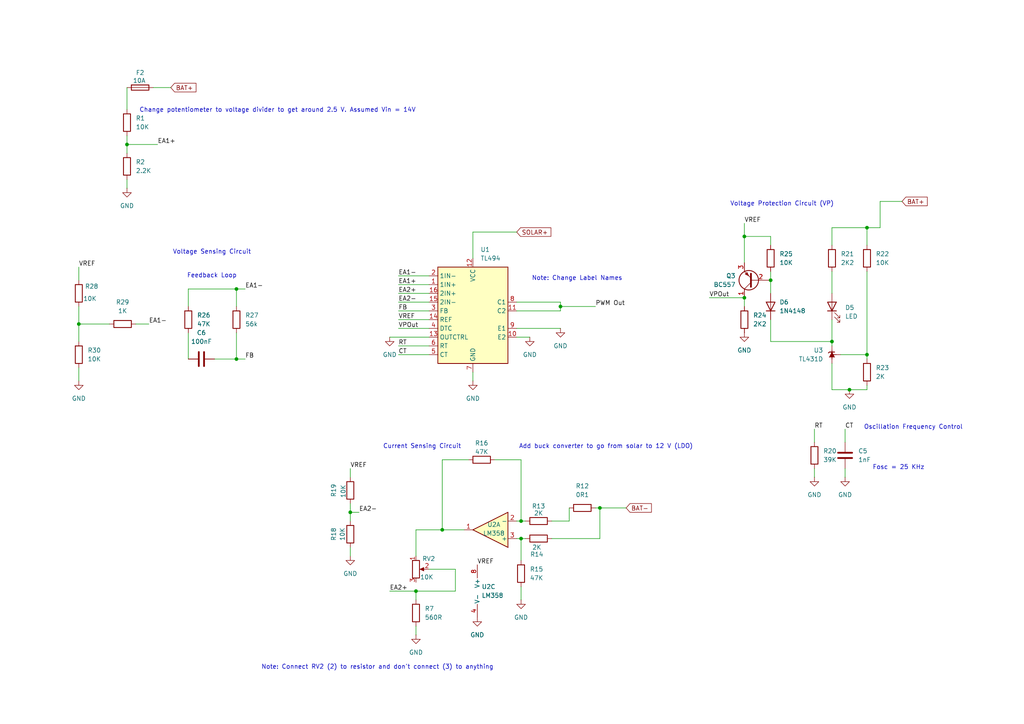
<source format=kicad_sch>
(kicad_sch (version 20231120) (generator "eeschema") (generator_version "8.0")
  (paper "A4")
  (lib_symbols
    (symbol "Amplifier_Operational:LM358" (pin_names (offset 0.127))
      (property "Reference" "U" (at 0 5.08 0))
      (property "Value" "LM358" (at 0 -5.08 0))
      (symbol "LM358_1_1"
        (polyline (pts (xy -5.08 5.08) (xy 5.08 0) (xy -5.08 -5.08) (xy -5.08 5.08)) (stroke (width 0.254)) (fill (type background)))
        (pin output line (at 7.62 0 180) (length 2.54) (name "~") (number "1"))
        (pin input line (at -7.62 -2.54 0) (length 2.54) (name "-") (number "2"))
        (pin input line (at -7.62 2.54 0) (length 2.54) (name "+") (number "3"))
      )
      (symbol "LM358_2_1"
        (polyline (pts (xy -5.08 5.08) (xy 5.08 0) (xy -5.08 -5.08) (xy -5.08 5.08)) (stroke (width 0.254)) (fill (type background)))
        (pin input line (at -7.62 2.54 0) (length 2.54) (name "+") (number "5"))
        (pin input line (at -7.62 -2.54 0) (length 2.54) (name "-") (number "6"))
        (pin output line (at 7.62 0 180) (length 2.54) (name "~") (number "7"))
      )
      (symbol "LM358_3_1"
        (pin power_in line (at -2.54 -7.62 90) (length 3.81) (name "V-") (number "4"))
        (pin power_in line (at -2.54 7.62 270) (length 3.81) (name "V+") (number "8"))
      )
    )
    (symbol "Device:C" (pin_numbers hide) (pin_names (offset 0.254))
      (property "Reference" "C" (at 0.635 2.54 0))
      (property "Value" "C" (at 0.635 -2.54 0))
      (symbol "C_0_1"
        (polyline (pts (xy -2.032 -0.762) (xy 2.032 -0.762)) (stroke (width 0.508)))
        (polyline (pts (xy -2.032 0.762) (xy 2.032 0.762)) (stroke (width 0.508)))
      )
      (symbol "C_1_1"
        (pin passive line (at 0 3.81 270) (length 2.794) (name "~") (number "1"))
        (pin passive line (at 0 -3.81 90) (length 2.794) (name "~") (number "2"))
      )
    )
    (symbol "Device:Fuse" (pin_numbers hide) (pin_names (offset 0))
      (property "Reference" "F" (at 2.032 0 90))
      (property "Value" "Fuse" (at -1.905 0 90))
      (symbol "Fuse_0_1"
        (rectangle (start -0.762 -2.54) (end 0.762 2.54) (stroke (width 0.254)))
        (polyline (pts (xy 0 2.54) (xy 0 -2.54)))
      )
      (symbol "Fuse_1_1"
        (pin passive line (at 0 3.81 270) (length 1.27) (name "~") (number "1"))
        (pin passive line (at 0 -3.81 90) (length 1.27) (name "~") (number "2"))
      )
    )
    (symbol "Device:LED" (pin_numbers hide) (pin_names (offset 1.016) hide)
      (property "Reference" "D" (at 0 2.54 0))
      (property "Value" "LED" (at 0 -2.54 0))
      (symbol "LED_0_1"
        (polyline (pts (xy -1.27 -1.27) (xy -1.27 1.27)) (stroke (width 0.254)))
        (polyline (pts (xy -1.27 0) (xy 1.27 0)))
        (polyline (pts (xy 1.27 -1.27) (xy 1.27 1.27) (xy -1.27 0) (xy 1.27 -1.27)) (stroke (width 0.254)))
        (polyline (pts (xy -3.048 -0.762) (xy -4.572 -2.286) (xy -3.81 -2.286) (xy -4.572 -2.286) (xy -4.572 -1.524)))
        (polyline (pts (xy -1.778 -0.762) (xy -3.302 -2.286) (xy -2.54 -2.286) (xy -3.302 -2.286) (xy -3.302 -1.524)))
      )
      (symbol "LED_1_1"
        (pin passive line (at -3.81 0 0) (length 2.54) (name "K") (number "1"))
        (pin passive line (at 3.81 0 180) (length 2.54) (name "A") (number "2"))
      )
    )
    (symbol "Device:R" (pin_numbers hide) (pin_names (offset 0))
      (property "Reference" "R" (at 2.032 0 90))
      (property "Value" "R" (at 0 0 90))
      (symbol "R_0_1"
        (rectangle (start -1.016 -2.54) (end 1.016 2.54) (stroke (width 0.254)))
      )
      (symbol "R_1_1"
        (pin passive line (at 0 3.81 270) (length 1.27) (name "~") (number "1"))
        (pin passive line (at 0 -3.81 90) (length 1.27) (name "~") (number "2"))
      )
    )
    (symbol "Device:R_Potentiometer" (pin_names (offset 1.016) hide)
      (property "Reference" "RV" (at -4.445 0 90))
      (property "Value" "R_Potentiometer" (at -2.54 0 90))
      (symbol "R_Potentiometer_0_1"
        (polyline (pts (xy 2.54 0) (xy 1.524 0)))
        (polyline (pts (xy 1.143 0) (xy 2.286 0.508) (xy 2.286 -0.508) (xy 1.143 0)) (fill (type outline)))
        (rectangle (start 1.016 2.54) (end -1.016 -2.54) (stroke (width 0.254)))
      )
      (symbol "R_Potentiometer_1_1"
        (pin passive line (at 0 3.81 270) (length 1.27) (name "1") (number "1"))
        (pin passive line (at 3.81 0 180) (length 1.27) (name "2") (number "2"))
        (pin passive line (at 0 -3.81 90) (length 1.27) (name "3") (number "3"))
      )
    )
    (symbol "Diode:1N4148" (pin_numbers hide) (pin_names hide)
      (property "Reference" "D" (at 0 2.54 0))
      (property "Value" "1N4148" (at 0 -2.54 0))
      (symbol "1N4148_0_1"
        (polyline (pts (xy -1.27 1.27) (xy -1.27 -1.27)) (stroke (width 0.254)))
        (polyline (pts (xy 1.27 0) (xy -1.27 0)))
        (polyline (pts (xy 1.27 1.27) (xy 1.27 -1.27) (xy -1.27 0) (xy 1.27 1.27)) (stroke (width 0.254)))
      )
      (symbol "1N4148_1_1"
        (pin passive line (at -3.81 0 0) (length 2.54) (name "K") (number "1"))
        (pin passive line (at 3.81 0 180) (length 2.54) (name "A") (number "2"))
      )
    )
    (symbol "Reference_Voltage:TL431D" (pin_numbers hide) (pin_names hide)
      (property "Reference" "U" (at 0 -2.54 0))
      (property "Value" "TL431D" (at 0 -4.445 0))
      (symbol "TL431D_0_1"
        (polyline (pts (xy -1.27 0) (xy 0 0) (xy 1.27 0)))
        (polyline (pts (xy -0.762 0.762) (xy 0.762 0) (xy -0.762 -0.762)) (fill (type outline)))
        (polyline (pts (xy 0.508 -1.016) (xy 0.762 -0.762) (xy 0.762 0.762) (xy 0.762 0.762)) (stroke (width 0.254)))
      )
      (symbol "TL431D_1_1"
        (polyline (pts (xy 0 1.27) (xy 0 0)))
        (pin passive line (at 2.54 0 180) (length 2.54) (name "K") (number "1"))
        (pin passive line (at -2.54 0 0) (length 2.54) (name "A") (number "2"))
        (pin passive line (at -2.54 0 0) (length 2.54) hide (name "A") (number "3"))
        (pin passive line (at -2.54 0 0) (length 2.54) hide (name "A") (number "6"))
        (pin passive line (at -2.54 0 0) (length 2.54) hide (name "A") (number "7"))
        (pin passive line (at 0 2.54 270) (length 2.54) (name "REF") (number "8"))
      )
    )
    (symbol "Regulator_Controller:TL494"
      (property "Reference" "U" (at 3.81 19.05 0))
      (property "Value" "TL494" (at 3.81 16.51 0))
      (symbol "TL494_0_1"
        (rectangle (start -10.16 -12.7) (end 10.16 15.24) (stroke (width 0.254)) (fill (type background)))
      )
      (symbol "TL494_1_1"
        (pin input line (at -12.7 10.16 0) (length 2.54) (name "1IN+") (number "1"))
        (pin passive line (at 12.7 -5.08 180) (length 2.54) (name "E2") (number "10"))
        (pin passive line (at 12.7 2.54 180) (length 2.54) (name "C2") (number "11"))
        (pin power_in line (at 0 17.78 270) (length 2.54) (name "VCC") (number "12"))
        (pin input line (at -12.7 -5.08 0) (length 2.54) (name "OUTCTRL") (number "13"))
        (pin power_out line (at -12.7 0 0) (length 2.54) (name "REF") (number "14"))
        (pin input line (at -12.7 5.08 0) (length 2.54) (name "2IN-") (number "15"))
        (pin input line (at -12.7 7.62 0) (length 2.54) (name "2IN+") (number "16"))
        (pin input line (at -12.7 12.7 0) (length 2.54) (name "1IN-") (number "2"))
        (pin output line (at -12.7 2.54 0) (length 2.54) (name "FB") (number "3"))
        (pin input line (at -12.7 -2.54 0) (length 2.54) (name "DTC") (number "4"))
        (pin passive line (at -12.7 -10.16 0) (length 2.54) (name "CT") (number "5"))
        (pin passive line (at -12.7 -7.62 0) (length 2.54) (name "RT") (number "6"))
        (pin power_in line (at 0 -15.24 90) (length 2.54) (name "GND") (number "7"))
        (pin passive line (at 12.7 5.08 180) (length 2.54) (name "C1") (number "8"))
        (pin passive line (at 12.7 -2.54 180) (length 2.54) (name "E1") (number "9"))
      )
    )
    (symbol "Transistor_BJT:BC557" (pin_names (offset 0) hide)
      (property "Reference" "Q" (at 5.08 1.905 0))
      (property "Value" "BC557" (at 5.08 0 0))
      (symbol "BC557_0_1"
        (polyline (pts (xy 0.635 0.635) (xy 2.54 2.54)))
        (polyline (pts (xy 0.635 -0.635) (xy 2.54 -2.54) (xy 2.54 -2.54)))
        (polyline (pts (xy 0.635 1.905) (xy 0.635 -1.905) (xy 0.635 -1.905)) (stroke (width 0.508)))
        (polyline (pts (xy 2.286 -1.778) (xy 1.778 -2.286) (xy 1.27 -1.27) (xy 2.286 -1.778) (xy 2.286 -1.778)) (fill (type outline)))
        (circle (center 1.27 0) (radius 2.8194) (stroke (width 0.254)))
      )
      (symbol "BC557_1_1"
        (pin passive line (at 2.54 5.08 270) (length 2.54) (name "C") (number "1"))
        (pin input line (at -5.08 0 0) (length 5.715) (name "B") (number "2"))
        (pin passive line (at 2.54 -5.08 90) (length 2.54) (name "E") (number "3"))
      )
    )
    (symbol "power:GND" (power) (pin_numbers hide) (pin_names (offset 0) hide)
      (property "Value" "GND" (at 0 -3.81 0))
      (symbol "GND_0_1"
        (polyline (pts (xy 0 0) (xy 0 -1.27) (xy 1.27 -1.27) (xy 0 -2.54) (xy -1.27 -1.27) (xy 0 -1.27)))
      )
      (symbol "GND_1_1"
        (pin power_in line (at 0 0 270) (length 0) (name "~") (number "1"))
      )
    )
  )
  (junction (at 101.6 148.59))
  (junction (at 128.27 153.67))
  (junction (at 151.13 151.13))
  (junction (at 223.52 81.28))
  (junction (at 68.58 104.14))
  (junction (at 68.58 83.82))
  (junction (at 215.9 86.36))
  (junction (at 173.99 147.32))
  (junction (at 246.38 113.03))
  (junction (at 251.46 66.04))
  (junction (at 36.83 41.91))
  (junction (at 162.56 88.9))
  (junction (at 22.86 93.98))
  (junction (at 241.3 99.06))
  (junction (at 215.9 68.58))
  (junction (at 251.46 102.87))
  (junction (at 151.13 156.21))
  (junction (at 120.65 171.45))
  (wire (pts (xy 115.57 90.17) (xy 124.46 90.17)))
  (wire (pts (xy 149.86 156.21) (xy 151.13 156.21)))
  (wire (pts (xy 173.99 156.21) (xy 173.99 147.32)))
  (wire (pts (xy 44.45 25.4) (xy 49.53 25.4)))
  (wire (pts (xy 223.52 92.71) (xy 223.52 99.06)))
  (wire (pts (xy 162.56 88.9) (xy 172.72 88.9)))
  (wire (pts (xy 152.4 151.13) (xy 151.13 151.13)))
  (wire (pts (xy 113.03 97.79) (xy 124.46 97.79)))
  (wire (pts (xy 115.57 80.01) (xy 124.46 80.01)))
  (wire (pts (xy 251.46 113.03) (xy 251.46 111.76)))
  (wire (pts (xy 245.11 135.89) (xy 245.11 138.43)))
  (wire (pts (xy 115.57 85.09) (xy 124.46 85.09)))
  (wire (pts (xy 173.99 147.32) (xy 181.61 147.32)))
  (wire (pts (xy 115.57 87.63) (xy 124.46 87.63)))
  (wire (pts (xy 120.65 171.45) (xy 120.65 173.99)))
  (wire (pts (xy 241.3 105.41) (xy 241.3 113.03)))
  (wire (pts (xy 22.86 88.9) (xy 22.86 93.98)))
  (wire (pts (xy 241.3 78.74) (xy 241.3 85.09)))
  (wire (pts (xy 36.83 41.91) (xy 36.83 44.45)))
  (wire (pts (xy 151.13 170.18) (xy 151.13 173.99)))
  (wire (pts (xy 251.46 66.04) (xy 255.27 66.04)))
  (wire (pts (xy 215.9 68.58) (xy 215.9 76.2)))
  (wire (pts (xy 245.11 124.46) (xy 245.11 128.27)))
  (wire (pts (xy 223.52 78.74) (xy 223.52 81.28)))
  (wire (pts (xy 241.3 66.04) (xy 241.3 71.12)))
  (wire (pts (xy 137.16 67.31) (xy 137.16 74.93)))
  (wire (pts (xy 128.27 133.35) (xy 128.27 153.67)))
  (wire (pts (xy 36.83 39.37) (xy 36.83 41.91)))
  (wire (pts (xy 149.86 95.25) (xy 162.56 95.25)))
  (wire (pts (xy 261.62 58.42) (xy 255.27 58.42)))
  (wire (pts (xy 223.52 81.28) (xy 223.52 85.09)))
  (wire (pts (xy 241.3 99.06) (xy 223.52 99.06)))
  (wire (pts (xy 68.58 104.14) (xy 71.12 104.14)))
  (wire (pts (xy 101.6 148.59) (xy 104.14 148.59)))
  (wire (pts (xy 165.1 147.32) (xy 165.1 151.13)))
  (wire (pts (xy 101.6 158.75) (xy 101.6 161.29)))
  (wire (pts (xy 128.27 153.67) (xy 134.62 153.67)))
  (wire (pts (xy 101.6 146.05) (xy 101.6 148.59)))
  (wire (pts (xy 255.27 58.42) (xy 255.27 66.04)))
  (wire (pts (xy 151.13 151.13) (xy 149.86 151.13)))
  (wire (pts (xy 54.61 96.52) (xy 54.61 104.14)))
  (wire (pts (xy 22.86 93.98) (xy 22.86 99.06)))
  (wire (pts (xy 101.6 135.89) (xy 101.6 138.43)))
  (wire (pts (xy 215.9 86.36) (xy 215.9 88.9)))
  (wire (pts (xy 137.16 107.95) (xy 137.16 110.49)))
  (wire (pts (xy 54.61 83.82) (xy 68.58 83.82)))
  (wire (pts (xy 241.3 99.06) (xy 241.3 100.33)))
  (wire (pts (xy 251.46 66.04) (xy 251.46 71.12)))
  (wire (pts (xy 36.83 52.07) (xy 36.83 54.61)))
  (wire (pts (xy 246.38 113.03) (xy 251.46 113.03)))
  (wire (pts (xy 115.57 100.33) (xy 124.46 100.33)))
  (wire (pts (xy 68.58 83.82) (xy 71.12 83.82)))
  (wire (pts (xy 251.46 102.87) (xy 251.46 104.14)))
  (wire (pts (xy 115.57 82.55) (xy 124.46 82.55)))
  (wire (pts (xy 241.3 66.04) (xy 251.46 66.04)))
  (wire (pts (xy 149.86 87.63) (xy 162.56 87.63)))
  (wire (pts (xy 135.89 133.35) (xy 128.27 133.35)))
  (wire (pts (xy 101.6 148.59) (xy 101.6 151.13)))
  (wire (pts (xy 151.13 133.35) (xy 151.13 151.13)))
  (wire (pts (xy 223.52 71.12) (xy 223.52 68.58)))
  (wire (pts (xy 115.57 92.71) (xy 124.46 92.71)))
  (wire (pts (xy 62.23 104.14) (xy 68.58 104.14)))
  (wire (pts (xy 149.86 90.17) (xy 162.56 90.17)))
  (wire (pts (xy 149.86 97.79) (xy 153.67 97.79)))
  (wire (pts (xy 124.46 165.1) (xy 132.08 165.1)))
  (wire (pts (xy 36.83 41.91) (xy 45.72 41.91)))
  (wire (pts (xy 120.65 153.67) (xy 128.27 153.67)))
  (wire (pts (xy 143.51 133.35) (xy 151.13 133.35)))
  (wire (pts (xy 22.86 77.47) (xy 22.86 81.28)))
  (wire (pts (xy 243.84 102.87) (xy 251.46 102.87)))
  (wire (pts (xy 120.65 153.67) (xy 120.65 161.29)))
  (wire (pts (xy 215.9 68.58) (xy 223.52 68.58)))
  (wire (pts (xy 113.03 171.45) (xy 120.65 171.45)))
  (wire (pts (xy 36.83 25.4) (xy 36.83 31.75)))
  (wire (pts (xy 205.74 86.36) (xy 215.9 86.36)))
  (wire (pts (xy 22.86 106.68) (xy 22.86 110.49)))
  (wire (pts (xy 160.02 151.13) (xy 165.1 151.13)))
  (wire (pts (xy 151.13 156.21) (xy 152.4 156.21)))
  (wire (pts (xy 162.56 88.9) (xy 162.56 90.17)))
  (wire (pts (xy 115.57 102.87) (xy 124.46 102.87)))
  (wire (pts (xy 39.37 93.98) (xy 43.18 93.98)))
  (wire (pts (xy 120.65 171.45) (xy 132.08 171.45)))
  (wire (pts (xy 149.86 67.31) (xy 137.16 67.31)))
  (wire (pts (xy 160.02 156.21) (xy 173.99 156.21)))
  (wire (pts (xy 215.9 64.77) (xy 215.9 68.58)))
  (wire (pts (xy 120.65 181.61) (xy 120.65 184.15)))
  (wire (pts (xy 54.61 88.9) (xy 54.61 83.82)))
  (wire (pts (xy 236.22 135.89) (xy 236.22 138.43)))
  (wire (pts (xy 241.3 92.71) (xy 241.3 99.06)))
  (wire (pts (xy 22.86 93.98) (xy 31.75 93.98)))
  (wire (pts (xy 172.72 147.32) (xy 173.99 147.32)))
  (wire (pts (xy 162.56 87.63) (xy 162.56 88.9)))
  (wire (pts (xy 132.08 165.1) (xy 132.08 171.45)))
  (wire (pts (xy 68.58 83.82) (xy 68.58 88.9)))
  (wire (pts (xy 241.3 113.03) (xy 246.38 113.03)))
  (wire (pts (xy 236.22 124.46) (xy 236.22 128.27)))
  (wire (pts (xy 115.57 95.25) (xy 124.46 95.25)))
  (wire (pts (xy 151.13 156.21) (xy 151.13 162.56)))
  (wire (pts (xy 251.46 78.74) (xy 251.46 102.87)))
  (wire (pts (xy 68.58 96.52) (xy 68.58 104.14)))
  (text "Voltage Sensing Circuit" (at 61.468 73.152 0) (effects (font (size 1.27 1.27))))
  (text "Change potentiometer to voltage divider to get around 2.5 V. Assumed Vin = 14V" (at 80.518 32.004 0) (effects (font (size 1.27 1.27))))
  (text "Add buck converter to go from solar to 12 V (LDO)" (at 175.768 129.54 0) (effects (font (size 1.27 1.27))))
  (text "Oscillation Frequency Control" (at 264.922 123.952 0) (effects (font (size 1.27 1.27))))
  (text "Fosc = 25 KHz" (at 260.604 135.636 0) (effects (font (size 1.27 1.27))))
  (text "Voltage Protection Circuit (VP)" (at 226.822 59.182 0) (effects (font (size 1.27 1.27))))
  (text "Note: Connect RV2 (2) to resistor and don't connect (3) to anything\n" (at 109.474 193.548 0) (effects (font (size 1.27 1.27))))
  (text "Feedback Loop" (at 61.468 80.01 0) (effects (font (size 1.27 1.27))))
  (text "Current Sensing Circuit" (at 122.428 129.54 0) (effects (font (size 1.27 1.27))))
  (text "Note: Change Label Names\n" (at 167.386 80.772 0) (effects (font (size 1.27 1.27))))
  (label "VPOut" (at 115.57 95.25 0))
  (label "VREF" (at 101.6 135.89 0))
  (label "EA2+" (at 113.03 171.45 0))
  (label "EA2-" (at 115.57 87.63 0))
  (label "EA1-" (at 71.12 83.82 0))
  (label "VREF" (at 22.86 77.47 0))
  (label "FB" (at 115.57 90.17 0))
  (label "EA1-" (at 43.18 93.98 0))
  (label "VREF" (at 138.43 163.83 0))
  (label "VREF" (at 115.57 92.71 0))
  (label "EA1+" (at 45.72 41.91 0))
  (label "PWM Out" (at 172.72 88.9 0))
  (label "EA1+" (at 115.57 82.55 0))
  (label "EA2+" (at 115.57 85.09 0))
  (label "RT" (at 115.57 100.33 0))
  (label "EA2-" (at 104.14 148.59 0))
  (label "CT" (at 245.11 124.46 0))
  (label "VREF" (at 215.9 64.77 0))
  (label "FB" (at 71.12 104.14 0))
  (label "VPOut" (at 205.74 86.36 0))
  (label "EA1-" (at 115.57 80.01 0))
  (label "RT" (at 236.22 124.46 0))
  (label "CT" (at 115.57 102.87 0))
  (global_label "BAT-" (shape input) (at 181.61 147.32 0) (property "Intersheetrefs" "${INTERSHEET_REFS}" (effects (hide yes))))
  (global_label "BAT+" (shape input) (at 261.62 58.42 0) (property "Intersheetrefs" "${INTERSHEET_REFS}" (effects (hide yes))))
  (global_label "SOLAR+" (shape input) (at 149.86 67.31 0) (property "Intersheetrefs" "${INTERSHEET_REFS}" (effects (hide yes))))
  (global_label "BAT+" (shape input) (at 49.53 25.4 0) (property "Intersheetrefs" "${INTERSHEET_REFS}" (effects (hide yes))))
  (symbol (lib_id "Device:R") (at 101.6 142.24 180) (unit 1)
    (property "Reference" "R19" (at 96.774 142.24 90))
    (property "Value" "10K" (at 99.568 142.494 90))
    (property "Footprint" "Resistor_SMD:R_0805_2012Metric_Pad1.20x1.40mm_HandSolder" (effects (hide yes)))
    (property "Description" "Resistor" (effects (hide yes)))
  )
  (symbol (lib_id "Device:R") (at 68.58 92.71 0) (unit 1)
    (property "Reference" "R27" (at 71.12 91.4399 0) (effects (justify left)))
    (property "Value" "56k" (at 71.12 93.9799 0) (effects (justify left)))
    (property "Footprint" "Resistor_SMD:R_0805_2012Metric_Pad1.20x1.40mm_HandSolder" (effects (hide yes)))
    (property "Description" "Resistor" (effects (hide yes)))
  )
  (symbol (lib_id "Device:R") (at 36.83 35.56 0) (unit 1)
    (property "Reference" "R1" (at 39.37 34.2899 0) (effects (justify left)))
    (property "Value" "10K" (at 39.37 36.8299 0) (effects (justify left)))
    (property "Footprint" "Resistor_SMD:R_0805_2012Metric_Pad1.20x1.40mm_HandSolder" (effects (hide yes)))
    (property "Description" "Resistor" (effects (hide yes)))
  )
  (symbol (lib_id "Device:C") (at 58.42 104.14 90) (unit 1)
    (property "Reference" "C6" (at 58.42 96.52 90))
    (property "Value" "100nF" (at 58.42 99.06 90))
    (property "Footprint" "Capacitor_SMD:C_0805_2012Metric_Pad1.18x1.45mm_HandSolder" (effects (hide yes)))
    (property "Description" "Unpolarized capacitor" (effects (hide yes)))
  )
  (symbol (lib_id "Device:R") (at 54.61 92.71 0) (unit 1)
    (property "Reference" "R26" (at 57.15 91.4399 0) (effects (justify left)))
    (property "Value" "47K" (at 57.15 93.9799 0) (effects (justify left)))
    (property "Footprint" "Resistor_SMD:R_0805_2012Metric_Pad1.20x1.40mm_HandSolder" (effects (hide yes)))
    (property "Description" "Resistor" (effects (hide yes)))
  )
  (symbol (lib_id "Device:R") (at 168.91 147.32 90) (unit 1)
    (property "Reference" "R12" (at 168.91 140.97 90))
    (property "Value" "0R1" (at 168.91 143.51 90))
    (property "Footprint" "Resistor_SMD:R_0805_2012Metric_Pad1.20x1.40mm_HandSolder" (effects (hide yes)))
    (property "Description" "Resistor" (effects (hide yes)))
  )
  (symbol (lib_id "Device:R") (at 156.21 156.21 270) (unit 1)
    (property "Reference" "R14" (at 155.702 160.782 90))
    (property "Value" "2K" (at 155.702 158.75 90))
    (property "Footprint" "Resistor_SMD:R_0805_2012Metric_Pad1.20x1.40mm_HandSolder" (effects (hide yes)))
    (property "Description" "Resistor" (effects (hide yes)))
  )
  (symbol (lib_id "power:GND") (at 36.83 54.61 0) (unit 1)
    (property "Reference" "#PWR018" (effects (hide yes)))
    (property "Value" "GND" (at 36.83 59.69 0))
    (property "Description" "Power symbol creates a global label with name \"GND\" , ground" (effects (hide yes)))
  )
  (symbol (lib_id "Device:R") (at 120.65 177.8 0) (unit 1)
    (property "Reference" "R7" (at 123.19 176.5299 0) (effects (justify left)))
    (property "Value" "560R" (at 123.19 179.0699 0) (effects (justify left)))
    (property "Footprint" "Resistor_SMD:R_0805_2012Metric_Pad1.20x1.40mm_HandSolder" (effects (hide yes)))
    (property "Description" "Resistor" (effects (hide yes)))
  )
  (symbol (lib_id "power:GND") (at 137.16 110.49 0) (unit 1)
    (property "Reference" "#PWR015" (effects (hide yes)))
    (property "Value" "GND" (at 137.16 115.57 0))
    (property "Description" "Power symbol creates a global label with name \"GND\" , ground" (effects (hide yes)))
  )
  (symbol (lib_id "power:GND") (at 215.9 96.52 0) (unit 1)
    (property "Reference" "#PWR09" (effects (hide yes)))
    (property "Value" "GND" (at 215.9 101.6 0))
    (property "Description" "Power symbol creates a global label with name \"GND\" , ground" (effects (hide yes)))
  )
  (symbol (lib_id "power:GND") (at 245.11 138.43 0) (unit 1)
    (property "Reference" "#PWR011" (effects (hide yes)))
    (property "Value" "GND" (at 245.11 143.51 0))
    (property "Description" "Power symbol creates a global label with name \"GND\" , ground" (effects (hide yes)))
  )
  (symbol (lib_id "Device:R") (at 151.13 166.37 0) (unit 1)
    (property "Reference" "R15" (at 153.67 165.0999 0) (effects (justify left)))
    (property "Value" "47K" (at 153.67 167.6399 0) (effects (justify left)))
    (property "Footprint" "Resistor_SMD:R_0805_2012Metric_Pad1.20x1.40mm_HandSolder" (effects (hide yes)))
    (property "Description" "Resistor" (effects (hide yes)))
  )
  (symbol (lib_id "Device:R") (at 22.86 85.09 0) (unit 1)
    (property "Reference" "R28" (at 24.638 83.058 0) (effects (justify left)))
    (property "Value" "10K" (at 24.13 86.614 0) (effects (justify left)))
    (property "Footprint" "Resistor_SMD:R_0805_2012Metric_Pad1.20x1.40mm_HandSolder" (effects (hide yes)))
    (property "Description" "Resistor" (effects (hide yes)))
  )
  (symbol (lib_id "Device:R") (at 236.22 132.08 0) (unit 1)
    (property "Reference" "R20" (at 238.76 130.8099 0) (effects (justify left)))
    (property "Value" "39K" (at 238.76 133.3499 0) (effects (justify left)))
    (property "Footprint" "Resistor_SMD:R_0805_2012Metric_Pad1.20x1.40mm_HandSolder" (effects (hide yes)))
    (property "Description" "Resistor" (effects (hide yes)))
  )
  (symbol (lib_id "Device:Fuse") (at 40.64 25.4 90) (unit 1)
    (property "Reference" "F2" (at 40.64 21.082 90))
    (property "Value" "10A" (at 40.386 23.368 90))
    (property "Footprint" "Fuse:Fuse_0805_2012Metric_Pad1.15x1.40mm_HandSolder" (effects (hide yes)))
    (property "Description" "Fuse" (effects (hide yes)))
  )
  (symbol (lib_id "power:GND") (at 101.6 161.29 0) (unit 1)
    (property "Reference" "#PWR016" (effects (hide yes)))
    (property "Value" "GND" (at 101.6 166.37 0))
    (property "Description" "Power symbol creates a global label with name \"GND\" , ground" (effects (hide yes)))
  )
  (symbol (lib_id "Device:C") (at 245.11 132.08 0) (unit 1)
    (property "Reference" "C5" (at 248.92 130.8099 0) (effects (justify left)))
    (property "Value" "1nF" (at 248.92 133.3499 0) (effects (justify left)))
    (property "Footprint" "Capacitor_SMD:C_0805_2012Metric_Pad1.18x1.45mm_HandSolder" (effects (hide yes)))
    (property "Description" "Unpolarized capacitor" (effects (hide yes)))
  )
  (symbol (lib_id "Device:R") (at 139.7 133.35 90) (unit 1)
    (property "Reference" "R16" (at 139.7 128.524 90))
    (property "Value" "47K" (at 139.7 131.064 90))
    (property "Footprint" "Resistor_SMD:R_0805_2012Metric_Pad1.20x1.40mm_HandSolder" (effects (hide yes)))
    (property "Description" "Resistor" (effects (hide yes)))
  )
  (symbol (lib_id "Diode:1N4148") (at 223.52 88.9 90) (unit 1)
    (property "Reference" "D6" (at 226.06 87.6299 90) (effects (justify right)))
    (property "Value" "1N4148" (at 226.06 90.1699 90) (effects (justify right)))
    (property "Footprint" "Diode_THT:D_DO-35_SOD27_P7.62mm_Horizontal" (effects (hide yes)))
    (property "Datasheet" "https://assets.nexperia.com/documents/data-sheet/1N4148_1N4448.pdf" (effects (hide yes)))
    (property "Description" "100V 0.15A standard switching diode, DO-35" (effects (hide yes)))
    (property "Sim.Device" "D" (effects (hide yes)))
    (property "Sim.Pins" "1=K 2=A" (effects (hide yes)))
  )
  (symbol (lib_id "Device:R") (at 22.86 102.87 0) (unit 1)
    (property "Reference" "R30" (at 25.4 101.5999 0) (effects (justify left)))
    (property "Value" "10K" (at 25.4 104.1399 0) (effects (justify left)))
    (property "Footprint" "Resistor_SMD:R_0805_2012Metric_Pad1.20x1.40mm_HandSolder" (effects (hide yes)))
    (property "Description" "Resistor" (effects (hide yes)))
  )
  (symbol (lib_id "power:GND") (at 22.86 110.49 0) (unit 1)
    (property "Reference" "#PWR017" (effects (hide yes)))
    (property "Value" "GND" (at 22.86 115.57 0))
    (property "Description" "Power symbol creates a global label with name \"GND\" , ground" (effects (hide yes)))
  )
  (symbol (lib_id "Device:LED") (at 241.3 88.9 90) (unit 1)
    (property "Reference" "D5" (at 245.11 89.2174 90) (effects (justify right)))
    (property "Value" "LED" (at 245.11 91.7574 90) (effects (justify right)))
    (property "Footprint" "Diode_SMD:D_3220_8050Metric_Pad2.65x5.15mm_HandSolder" (effects (hide yes)))
    (property "Description" "Light emitting diode" (effects (hide yes)))
  )
  (symbol (lib_id "Device:R") (at 36.83 48.26 0) (unit 1)
    (property "Reference" "R2" (at 39.37 46.9899 0) (effects (justify left)))
    (property "Value" "2.2K" (at 39.37 49.5299 0) (effects (justify left)))
    (property "Footprint" "Resistor_SMD:R_0805_2012Metric_Pad1.20x1.40mm_HandSolder" (effects (hide yes)))
    (property "Description" "Resistor" (effects (hide yes)))
  )
  (symbol (lib_id "power:GND") (at 246.38 113.03 0) (unit 1)
    (property "Reference" "#PWR08" (effects (hide yes)))
    (property "Value" "GND" (at 246.38 118.11 0))
    (property "Description" "Power symbol creates a global label with name \"GND\" , ground" (effects (hide yes)))
  )
  (symbol (lib_id "Device:R") (at 215.9 92.71 0) (unit 1)
    (property "Reference" "R24" (at 218.44 91.4399 0) (effects (justify left)))
    (property "Value" "2K2" (at 218.44 93.9799 0) (effects (justify left)))
    (property "Footprint" "Resistor_SMD:R_0805_2012Metric_Pad1.20x1.40mm_HandSolder" (effects (hide yes)))
    (property "Description" "Resistor" (effects (hide yes)))
  )
  (symbol (lib_id "power:GND") (at 138.43 179.07 0) (unit 1)
    (property "Reference" "#PWR019" (effects (hide yes)))
    (property "Value" "GND" (at 138.43 184.15 0))
    (property "Description" "Power symbol creates a global label with name \"GND\" , ground" (effects (hide yes)))
  )
  (symbol (lib_id "Device:R") (at 251.46 74.93 0) (unit 1)
    (property "Reference" "R22" (at 254 73.6599 0) (effects (justify left)))
    (property "Value" "10K" (at 254 76.1999 0) (effects (justify left)))
    (property "Footprint" "Resistor_SMD:R_0805_2012Metric_Pad1.20x1.40mm_HandSolder" (effects (hide yes)))
    (property "Description" "Resistor" (effects (hide yes)))
  )
  (symbol (lib_id "Device:R") (at 251.46 107.95 0) (unit 1)
    (property "Reference" "R23" (at 254 106.6799 0) (effects (justify left)))
    (property "Value" "2K" (at 254 109.2199 0) (effects (justify left)))
    (property "Footprint" "Resistor_SMD:R_0805_2012Metric_Pad1.20x1.40mm_HandSolder" (effects (hide yes)))
    (property "Description" "Resistor" (effects (hide yes)))
  )
  (symbol (lib_id "Device:R") (at 156.21 151.13 90) (unit 1)
    (property "Reference" "R13" (at 156.21 146.812 90))
    (property "Value" "2K" (at 156.21 148.844 90))
    (property "Footprint" "Resistor_SMD:R_0805_2012Metric_Pad1.20x1.40mm_HandSolder" (effects (hide yes)))
    (property "Description" "Resistor" (effects (hide yes)))
  )
  (symbol (lib_id "Device:R_Potentiometer") (at 120.65 165.1 0) (unit 1)
    (property "Reference" "RV2" (at 126.238 162.052 0) (effects (justify right)))
    (property "Value" "10K" (at 125.73 167.386 0) (effects (justify right)))
    (property "Footprint" "Potentiometer_THT:Potentiometer_Bourns_3339P_Vertical_HandSoldering" (effects (hide yes)))
    (property "Description" "Potentiometer" (effects (hide yes)))
  )
  (symbol (lib_id "power:GND") (at 113.03 97.79 0) (unit 1)
    (property "Reference" "#PWR014" (effects (hide yes)))
    (property "Value" "GND" (at 113.03 102.87 0))
    (property "Description" "Power symbol creates a global label with name \"GND\" , ground" (effects (hide yes)))
  )
  (symbol (lib_id "Regulator_Controller:TL494") (at 137.16 92.71 0) (unit 1)
    (property "Reference" "U1" (at 139.3541 72.39 0) (effects (justify left)))
    (property "Value" "TL494" (at 139.3541 74.93 0) (effects (justify left)))
    (property "Footprint" "Package_DIP:DIP-16_W7.62mm_Socket" (effects (hide yes)))
    (property "Datasheet" "http://www.ti.com/lit/ds/symlink/tl494.pdf" (effects (hide yes)))
    (property "Description" "Pulse-Width-Modulation Control Circuits, PDIP-16/SOIC-16/TSSOP-16" (effects (hide yes)))
  )
  (symbol (lib_id "Transistor_BJT:BC557") (at 218.44 81.28 180) (unit 1)
    (property "Reference" "Q3" (at 213.36 80.0099 0) (effects (justify left)))
    (property "Value" "BC557" (at 213.36 82.5499 0) (effects (justify left)))
    (property "Footprint" "Package_TO_SOT_THT:TO-92_Inline" (effects (hide yes)))
    (property "Datasheet" "https://www.onsemi.com/pub/Collateral/BC556BTA-D.pdf" (effects (hide yes)))
    (property "Description" "0.1A Ic, 45V Vce, PNP Small Signal Transistor, TO-92" (effects (hide yes)))
  )
  (symbol (lib_id "Device:R") (at 101.6 154.94 180) (unit 1)
    (property "Reference" "R18" (at 96.774 154.94 90))
    (property "Value" "10K" (at 99.314 154.94 90))
    (property "Footprint" "Resistor_SMD:R_0805_2012Metric_Pad1.20x1.40mm_HandSolder" (effects (hide yes)))
    (property "Description" "Resistor" (effects (hide yes)))
  )
  (symbol (lib_id "power:GND") (at 120.65 184.15 0) (unit 1)
    (property "Reference" "#PWR021" (effects (hide yes)))
    (property "Value" "GND" (at 120.65 189.23 0))
    (property "Description" "Power symbol creates a global label with name \"GND\" , ground" (effects (hide yes)))
  )
  (symbol (lib_id "power:GND") (at 236.22 138.43 0) (unit 1)
    (property "Reference" "#PWR010" (effects (hide yes)))
    (property "Value" "GND" (at 236.22 143.51 0))
    (property "Description" "Power symbol creates a global label with name \"GND\" , ground" (effects (hide yes)))
  )
  (symbol (lib_id "Reference_Voltage:TL431D") (at 241.3 102.87 270) (mirror x) (unit 1)
    (property "Reference" "U3" (at 238.76 101.5999 90) (effects (justify right)))
    (property "Value" "TL431D" (at 238.76 104.1399 90) (effects (justify right)))
    (property "Footprint" "Package_SO:SOIC-8_3.9x4.9mm_P1.27mm" (effects (hide yes)))
    (property "Datasheet" "http://www.ti.com/lit/ds/symlink/tl431.pdf" (effects (hide yes)))
    (property "Description" "Shunt Regulator, SO-8" (effects (hide yes)))
  )
  (symbol (lib_id "Device:R") (at 241.3 74.93 0) (unit 1)
    (property "Reference" "R21" (at 243.84 73.6599 0) (effects (justify left)))
    (property "Value" "2K2" (at 243.84 76.1999 0) (effects (justify left)))
    (property "Footprint" "Resistor_SMD:R_0805_2012Metric_Pad1.20x1.40mm_HandSolder" (effects (hide yes)))
    (property "Description" "Resistor" (effects (hide yes)))
  )
  (symbol (lib_id "Device:R") (at 223.52 74.93 0) (unit 1)
    (property "Reference" "R25" (at 226.06 73.6599 0) (effects (justify left)))
    (property "Value" "10K" (at 226.06 76.1999 0) (effects (justify left)))
    (property "Footprint" "Resistor_SMD:R_0805_2012Metric_Pad1.20x1.40mm_HandSolder" (effects (hide yes)))
    (property "Description" "Resistor" (effects (hide yes)))
  )
  (symbol (lib_id "power:GND") (at 162.56 95.25 0) (unit 1)
    (property "Reference" "#PWR013" (effects (hide yes)))
    (property "Value" "GND" (at 162.56 100.33 0))
    (property "Description" "Power symbol creates a global label with name \"GND\" , ground" (effects (hide yes)))
  )
  (symbol (lib_id "power:GND") (at 151.13 173.99 0) (unit 1)
    (property "Reference" "#PWR07" (effects (hide yes)))
    (property "Value" "GND" (at 151.13 179.07 0))
    (property "Description" "Power symbol creates a global label with name \"GND\" , ground" (effects (hide yes)))
  )
  (symbol (lib_id "Amplifier_Operational:LM358") (at 142.24 153.67 180) (unit 1)
    (property "Reference" "U2" (at 143.256 152.146 0))
    (property "Value" "LM358" (at 143.256 154.686 0))
    (property "Footprint" "Package_DIP:DIP-8_W7.62mm_Socket" (effects (hide yes)))
    (property "Datasheet" "http://www.ti.com/lit/ds/symlink/lm2904-n.pdf" (effects (hide yes)))
    (property "Description" "Low-Power, Dual Operational Amplifiers, DIP-8/SOIC-8/TO-99-8" (effects (hide yes)))
  )
  (symbol (lib_id "Device:R") (at 35.56 93.98 270) (unit 1)
    (property "Reference" "R29" (at 35.56 87.63 90))
    (property "Value" "1K" (at 35.56 90.17 90))
    (property "Footprint" "Resistor_SMD:R_0805_2012Metric_Pad1.20x1.40mm_HandSolder" (effects (hide yes)))
    (property "Description" "Resistor" (effects (hide yes)))
  )
  (symbol (lib_id "power:GND") (at 153.67 97.79 0) (unit 1)
    (property "Reference" "#PWR012" (effects (hide yes)))
    (property "Value" "GND" (at 153.67 102.87 0))
    (property "Description" "Power symbol creates a global label with name \"GND\" , ground" (effects (hide yes)))
  )
  (symbol (lib_id "Amplifier_Operational:LM358") (at 140.97 171.45 0) (unit 3)
    (property "Reference" "U2" (at 139.7 170.1799 0) (effects (justify left)))
    (property "Value" "LM358" (at 139.7 172.7199 0) (effects (justify left)))
    (property "Footprint" "Package_DIP:DIP-8_W7.62mm_Socket" (effects (hide yes)))
    (property "Datasheet" "http://www.ti.com/lit/ds/symlink/lm2904-n.pdf" (effects (hide yes)))
    (property "Description" "Low-Power, Dual Operational Amplifiers, DIP-8/SOIC-8/TO-99-8" (effects (hide yes)))
  )
)
</source>
